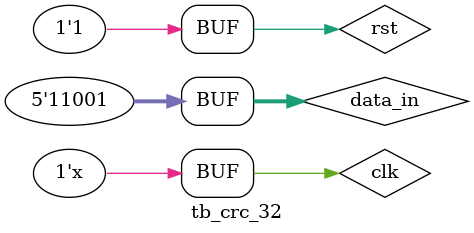
<source format=v>
`timescale 1ns/1ns

module CRC_32_gen(clk,rst,data_in,data_out,crc_bit);

input clk;
input rst;
input [4:0]data_in;

output [36:0]data_out; // 5+32
output reg [31:0]crc_bit;

reg [68:0]crc_t; // 32*2+5
reg [36:0]reg_d;

wire line;
wire [9:0]tmp;

assign line = crc_t[68] ^ reg_d[36];
assign tmp = {10{crc_t[68]}}^{crc_t[37],crc_t[39],crc_t[41],crc_t[43],crc_t[44],crc_t[50],crc_t[52],crc_t[58],crc_t[60],crc_t[67]};

integer i = 1;

always@ (posedge clk or negedge rst) begin
	if(~rst) begin
		crc_t = 69'h0;
		reg_d <= {data_in,32'b0};
	end
	else begin
		crc_t <= {tmp[0],crc_t[66:61],tmp[1],crc_t[59],tmp[2],crc_t[57:53],tmp[3],crc_t[51],tmp[4],crc_t[49:45],tmp[5],tmp[6],crc_t[42],tmp[7],crc_t[40],tmp[8],crc_t[38],tmp[9],line,37'b0};
		i <= i + 1;
		reg_d <= reg_d << 1;

		if(i == 38) begin
			crc_bit <= crc_t[68:37];
		end
	end
end

assign data_out = {data_in, crc_bit};


endmodule

module tb_crc_32();

reg clk = 1'b0;
reg rst = 1'b0;
reg [4:0]data_in;

wire [36:0]data_out;
wire [31:0]crc_bit;

CRC_32_gen crc0(clk,rst,data_in,data_out,crc_bit);

always #5 clk = ~clk;

initial begin

data_in = 5'b11001;
#20
rst = 1'b1;
#5
rst = 1'b0;
#20
rst = 1'b1;

end

endmodule
</source>
